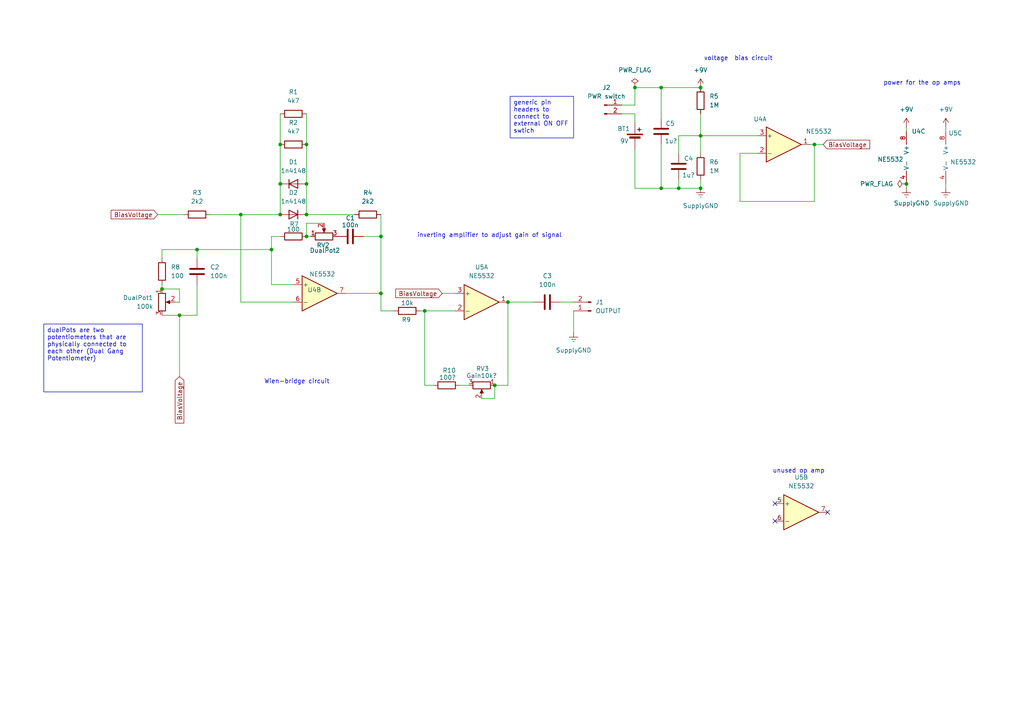
<source format=kicad_sch>
(kicad_sch (version 20231120) (generator "eeschema") (generator_version "8.0")
  (paper "A4")
  (lib_symbols
    (symbol "Amplifier_Operational:NE5532" (pin_names (offset 0.127))
      (property "Reference" "U" (at 0 5.08 0))
      (property "Value" "NE5532" (at 0 -5.08 0))
      (symbol "NE5532_1_1"
        (polyline (pts (xy -5.08 5.08) (xy 5.08 0) (xy -5.08 -5.08) (xy -5.08 5.08)) (stroke (width 0.254)) (fill (type background)))
        (pin output line (at 7.62 0 180) (length 2.54) (name "~") (number "1"))
        (pin input line (at -7.62 -2.54 0) (length 2.54) (name "-") (number "2"))
        (pin input line (at -7.62 2.54 0) (length 2.54) (name "+") (number "3"))
      )
      (symbol "NE5532_2_1"
        (polyline (pts (xy -5.08 5.08) (xy 5.08 0) (xy -5.08 -5.08) (xy -5.08 5.08)) (stroke (width 0.254)) (fill (type background)))
        (pin input line (at -7.62 2.54 0) (length 2.54) (name "+") (number "5"))
        (pin input line (at -7.62 -2.54 0) (length 2.54) (name "-") (number "6"))
        (pin output line (at 7.62 0 180) (length 2.54) (name "~") (number "7"))
      )
      (symbol "NE5532_3_1"
        (pin power_in line (at -2.54 -7.62 90) (length 3.81) (name "V-") (number "4"))
        (pin power_in line (at -2.54 7.62 270) (length 3.81) (name "V+") (number "8"))
      )
    )
    (symbol "Connector:Conn_01x02_Pin" (pin_names (offset 1.016) hide)
      (property "Reference" "J" (at 0 2.54 0))
      (property "Value" "Conn_01x02_Pin" (at 0 -5.08 0))
      (symbol "Conn_01x02_Pin_1_1"
        (polyline (pts (xy 1.27 -2.54) (xy 0.8636 -2.54)) (stroke (width 0.1524)))
        (polyline (pts (xy 1.27 0) (xy 0.8636 0)) (stroke (width 0.1524)))
        (rectangle (start 0.8636 -2.413) (end 0 -2.667) (stroke (width 0.1524)) (fill (type outline)))
        (rectangle (start 0.8636 0.127) (end 0 -0.127) (stroke (width 0.1524)) (fill (type outline)))
        (pin passive line (at 5.08 0 180) (length 3.81) (name "Pin_1") (number "1"))
        (pin passive line (at 5.08 -2.54 180) (length 3.81) (name "Pin_2") (number "2"))
      )
    )
    (symbol "Device:Battery_Cell" (pin_numbers hide) (pin_names (offset 0) hide)
      (property "Reference" "BT" (at 2.54 2.54 0))
      (property "Value" "Battery_Cell" (at 2.54 0 0))
      (symbol "Battery_Cell_0_1"
        (rectangle (start -2.286 1.778) (end 2.286 1.524) (fill (type outline)))
        (rectangle (start -1.524 1.016) (end 1.524 0.508) (fill (type outline)))
        (polyline (pts (xy 0 0.762) (xy 0 0)))
        (polyline (pts (xy 0 1.778) (xy 0 2.54)))
        (polyline (pts (xy 0.762 3.048) (xy 1.778 3.048)) (stroke (width 0.254)))
        (polyline (pts (xy 1.27 3.556) (xy 1.27 2.54)) (stroke (width 0.254)))
      )
      (symbol "Battery_Cell_1_1"
        (pin passive line (at 0 5.08 270) (length 2.54) (name "+") (number "1"))
        (pin passive line (at 0 -2.54 90) (length 2.54) (name "-") (number "2"))
      )
    )
    (symbol "Device:C" (pin_numbers hide) (pin_names (offset 0.254))
      (property "Reference" "C" (at 0.635 2.54 0))
      (property "Value" "C" (at 0.635 -2.54 0))
      (symbol "C_0_1"
        (polyline (pts (xy -2.032 -0.762) (xy 2.032 -0.762)) (stroke (width 0.508)))
        (polyline (pts (xy -2.032 0.762) (xy 2.032 0.762)) (stroke (width 0.508)))
      )
      (symbol "C_1_1"
        (pin passive line (at 0 3.81 270) (length 2.794) (name "~") (number "1"))
        (pin passive line (at 0 -3.81 90) (length 2.794) (name "~") (number "2"))
      )
    )
    (symbol "Device:D" (pin_numbers hide) (pin_names (offset 1.016) hide)
      (property "Reference" "D" (at 0 2.54 0))
      (property "Value" "D" (at 0 -2.54 0))
      (symbol "D_0_1"
        (polyline (pts (xy -1.27 1.27) (xy -1.27 -1.27)) (stroke (width 0.254)))
        (polyline (pts (xy 1.27 0) (xy -1.27 0)))
        (polyline (pts (xy 1.27 1.27) (xy 1.27 -1.27) (xy -1.27 0) (xy 1.27 1.27)) (stroke (width 0.254)))
      )
      (symbol "D_1_1"
        (pin passive line (at -3.81 0 0) (length 2.54) (name "K") (number "1"))
        (pin passive line (at 3.81 0 180) (length 2.54) (name "A") (number "2"))
      )
    )
    (symbol "Device:R" (pin_numbers hide) (pin_names (offset 0))
      (property "Reference" "R" (at 2.032 0 90))
      (property "Value" "R" (at 0 0 90))
      (symbol "R_0_1"
        (rectangle (start -1.016 -2.54) (end 1.016 2.54) (stroke (width 0.254)))
      )
      (symbol "R_1_1"
        (pin passive line (at 0 3.81 270) (length 1.27) (name "~") (number "1"))
        (pin passive line (at 0 -3.81 90) (length 1.27) (name "~") (number "2"))
      )
    )
    (symbol "Device:R_Potentiometer" (pin_names (offset 1.016) hide)
      (property "Reference" "RV" (at -4.445 0 90))
      (property "Value" "R_Potentiometer" (at -2.54 0 90))
      (symbol "R_Potentiometer_0_1"
        (polyline (pts (xy 2.54 0) (xy 1.524 0)))
        (polyline (pts (xy 1.143 0) (xy 2.286 0.508) (xy 2.286 -0.508) (xy 1.143 0)) (fill (type outline)))
        (rectangle (start 1.016 2.54) (end -1.016 -2.54) (stroke (width 0.254)))
      )
      (symbol "R_Potentiometer_1_1"
        (pin passive line (at 0 3.81 270) (length 1.27) (name "1") (number "1"))
        (pin passive line (at 3.81 0 180) (length 1.27) (name "2") (number "2"))
        (pin passive line (at 0 -3.81 90) (length 1.27) (name "3") (number "3"))
      )
    )
    (symbol "power:+9V" (power) (pin_numbers hide) (pin_names (offset 0) hide)
      (property "Value" "+9V" (at 0 3.556 0))
      (symbol "+9V_0_1"
        (polyline (pts (xy -0.762 1.27) (xy 0 2.54)))
        (polyline (pts (xy 0 0) (xy 0 2.54)))
        (polyline (pts (xy 0 2.54) (xy 0.762 1.27)))
      )
      (symbol "+9V_1_1"
        (pin power_in line (at 0 0 90) (length 0) (name "~") (number "1"))
      )
    )
    (symbol "power:GNDREF" (power) (pin_numbers hide) (pin_names (offset 0) hide)
      (property "Value" "GNDREF" (at 0 -3.81 0))
      (symbol "GNDREF_0_1"
        (polyline (pts (xy -0.635 -1.905) (xy 0.635 -1.905)))
        (polyline (pts (xy -0.127 -2.54) (xy 0.127 -2.54)))
        (polyline (pts (xy 0 -1.27) (xy 0 0)))
        (polyline (pts (xy 1.27 -1.27) (xy -1.27 -1.27)))
      )
      (symbol "GNDREF_1_1"
        (pin power_in line (at 0 0 270) (length 0) (name "~") (number "1"))
      )
    )
    (symbol "power:PWR_FLAG" (power) (pin_numbers hide) (pin_names (offset 0) hide)
      (property "Value" "PWR_FLAG" (at 0 3.81 0))
      (symbol "PWR_FLAG_0_0"
        (pin power_out line (at 0 0 90) (length 0) (name "~") (number "1"))
      )
      (symbol "PWR_FLAG_0_1"
        (polyline (pts (xy 0 0) (xy 0 1.27) (xy -1.016 1.905) (xy 0 2.54) (xy 1.016 1.905) (xy 0 1.27)))
      )
    )
  )
  (junction (at 88.9 62.23))
  (junction (at 110.49 85.09))
  (junction (at 78.74 72.39))
  (junction (at 203.2 54.61))
  (junction (at 262.89 53.34))
  (junction (at 196.85 54.61))
  (junction (at 110.49 68.58))
  (junction (at 123.19 90.17))
  (junction (at 88.9 53.34))
  (junction (at 81.28 53.34))
  (junction (at 57.15 72.39))
  (junction (at 81.28 62.23))
  (junction (at 191.77 25.4))
  (junction (at 191.77 54.61))
  (junction (at 81.28 41.91))
  (junction (at 203.2 25.4))
  (junction (at 143.51 111.76))
  (junction (at 88.9 68.58))
  (junction (at 52.07 91.44))
  (junction (at 46.99 83.82))
  (junction (at 69.85 62.23))
  (junction (at 236.22 41.91))
  (junction (at 203.2 39.37))
  (junction (at 88.9 41.91))
  (junction (at 184.15 25.4))
  (junction (at 147.32 87.63))
  (no_connect (at 240.03 148.59))
  (no_connect (at 224.79 151.13))
  (no_connect (at 224.79 146.05))
  (wire (pts (xy 196.85 52.07) (xy 196.85 54.61)))
  (wire (pts (xy 81.28 41.91) (xy 81.28 53.34)))
  (wire (pts (xy 88.9 33.02) (xy 88.9 41.91)))
  (wire (pts (xy 60.96 62.23) (xy 69.85 62.23)))
  (wire (pts (xy 166.37 96.52) (xy 166.37 90.17)))
  (wire (pts (xy 57.15 91.44) (xy 57.15 82.55)))
  (wire (pts (xy 214.63 58.42) (xy 236.22 58.42)))
  (wire (pts (xy 262.89 36.83) (xy 262.89 38.1)))
  (wire (pts (xy 81.28 33.02) (xy 81.28 41.91)))
  (wire (pts (xy 78.74 68.58) (xy 81.28 68.58)))
  (wire (pts (xy 88.9 53.34) (xy 88.9 62.23)))
  (wire (pts (xy 46.99 82.55) (xy 46.99 83.82)))
  (wire (pts (xy 143.51 115.57) (xy 143.51 111.76)))
  (wire (pts (xy 57.15 72.39) (xy 57.15 74.93)))
  (wire (pts (xy 196.85 39.37) (xy 203.2 39.37)))
  (wire (pts (xy 143.51 111.76) (xy 147.32 111.76)))
  (wire (pts (xy 236.22 41.91) (xy 236.22 58.42)))
  (wire (pts (xy 93.98 64.77) (xy 88.9 64.77)))
  (wire (pts (xy 88.9 64.77) (xy 88.9 68.58)))
  (wire (pts (xy 110.49 68.58) (xy 110.49 85.09)))
  (wire (pts (xy 274.32 53.34) (xy 274.32 54.61)))
  (wire (pts (xy 121.92 90.17) (xy 123.19 90.17)))
  (wire (pts (xy 203.2 52.07) (xy 203.2 54.61)))
  (wire (pts (xy 274.32 36.83) (xy 274.32 38.1)))
  (wire (pts (xy 50.8 87.63) (xy 52.07 87.63)))
  (wire (pts (xy 105.41 68.58) (xy 110.49 68.58)))
  (wire (pts (xy 196.85 54.61) (xy 203.2 54.61)))
  (wire (pts (xy 128.27 85.09) (xy 132.08 85.09)))
  (wire (pts (xy 162.56 87.63) (xy 166.37 87.63)))
  (wire (pts (xy 123.19 90.17) (xy 123.19 111.76)))
  (wire (pts (xy 88.9 41.91) (xy 88.9 53.34)))
  (wire (pts (xy 78.74 68.58) (xy 78.74 72.39)))
  (wire (pts (xy 147.32 87.63) (xy 147.32 111.76)))
  (wire (pts (xy 203.2 39.37) (xy 203.2 44.45)))
  (wire (pts (xy 52.07 87.63) (xy 52.07 83.82)))
  (wire (pts (xy 46.99 91.44) (xy 52.07 91.44)))
  (wire (pts (xy 184.15 30.48) (xy 184.15 25.4)))
  (wire (pts (xy 81.28 53.34) (xy 81.28 62.23)))
  (wire (pts (xy 69.85 62.23) (xy 69.85 87.63)))
  (wire (pts (xy 110.49 62.23) (xy 110.49 68.58)))
  (wire (pts (xy 52.07 91.44) (xy 57.15 91.44)))
  (wire (pts (xy 262.89 53.34) (xy 262.89 54.61)))
  (wire (pts (xy 123.19 90.17) (xy 132.08 90.17)))
  (wire (pts (xy 236.22 41.91) (xy 238.76 41.91)))
  (wire (pts (xy 88.9 68.58) (xy 90.17 68.58)))
  (wire (pts (xy 191.77 25.4) (xy 191.77 34.29)))
  (wire (pts (xy 147.32 87.63) (xy 154.94 87.63)))
  (wire (pts (xy 234.95 41.91) (xy 236.22 41.91)))
  (wire (pts (xy 46.99 72.39) (xy 46.99 74.93)))
  (wire (pts (xy 191.77 54.61) (xy 196.85 54.61)))
  (wire (pts (xy 45.72 62.23) (xy 53.34 62.23)))
  (wire (pts (xy 203.2 33.02) (xy 203.2 39.37)))
  (wire (pts (xy 123.19 111.76) (xy 125.73 111.76)))
  (wire (pts (xy 203.2 39.37) (xy 219.71 39.37)))
  (wire (pts (xy 46.99 83.82) (xy 52.07 83.82)))
  (wire (pts (xy 180.34 30.48) (xy 184.15 30.48)))
  (wire (pts (xy 191.77 25.4) (xy 203.2 25.4)))
  (wire (pts (xy 139.7 115.57) (xy 143.51 115.57)))
  (wire (pts (xy 69.85 62.23) (xy 81.28 62.23)))
  (wire (pts (xy 110.49 85.09) (xy 110.49 90.17)))
  (wire (pts (xy 184.15 43.18) (xy 184.15 54.61)))
  (wire (pts (xy 214.63 44.45) (xy 214.63 58.42)))
  (wire (pts (xy 184.15 25.4) (xy 191.77 25.4)))
  (wire (pts (xy 110.49 90.17) (xy 114.3 90.17)))
  (wire (pts (xy 133.35 111.76) (xy 135.89 111.76)))
  (wire (pts (xy 184.15 54.61) (xy 191.77 54.61)))
  (wire (pts (xy 85.09 82.55) (xy 78.74 82.55)))
  (wire (pts (xy 52.07 91.44) (xy 52.07 109.22)))
  (wire (pts (xy 78.74 82.55) (xy 78.74 72.39)))
  (wire (pts (xy 184.15 33.02) (xy 184.15 35.56)))
  (wire (pts (xy 196.85 44.45) (xy 196.85 39.37)))
  (wire (pts (xy 78.74 72.39) (xy 57.15 72.39)))
  (wire (pts (xy 191.77 41.91) (xy 191.77 54.61)))
  (wire (pts (xy 88.9 62.23) (xy 102.87 62.23)))
  (wire (pts (xy 57.15 72.39) (xy 46.99 72.39)))
  (wire (pts (xy 69.85 87.63) (xy 85.09 87.63)))
  (wire (pts (xy 180.34 33.02) (xy 184.15 33.02)))
  (wire (pts (xy 214.63 44.45) (xy 219.71 44.45)))
  (wire (pts (xy 100.33 85.09) (xy 110.49 85.09)))
  (text_box "dualPots are two potentiometers that are physically connected to each other (Dual Gang Potentiometer)\n" (at 12.7 93.98 0) (size 28.575 19.685) (effects (font (size 1.27 1.27)) (justify left top)))
  (text_box "generic pin headers to connect to external ON OFF swtich" (at 147.955 27.94 0) (size 18.415 12.065) (effects (font (size 1.27 1.27)) (justify left top)))
  (text "unused op amp" (at 231.648 136.652 0) (effects (font (size 1.27 1.27))))
  (text "power for the op amps" (at 267.462 24.13 0) (effects (font (size 1.27 1.27))))
  (text "Wien-bridge circuit" (at 86.106 110.744 0) (effects (font (size 1.27 1.27))))
  (text "voltage  bias circuit \n" (at 214.63 17.018 0) (effects (font (size 1.27 1.27))))
  (text "inverting amplifier to adjust gain of signal\n" (at 141.986 68.326 0) (effects (font (size 1.27 1.27))))
  (global_label "BiasVoltage" (shape input) (at 128.27 85.09 180) (property "Intersheetrefs" "${INTERSHEET_REFS}" (effects (hide yes))))
  (global_label "BiasVoltage" (shape input) (at 238.76 41.91 0) (property "Intersheetrefs" "${INTERSHEET_REFS}" (effects (hide yes))))
  (global_label "BiasVoltage" (shape input) (at 52.07 109.22 270) (property "Intersheetrefs" "${INTERSHEET_REFS}" (effects (hide yes))))
  (global_label "BiasVoltage" (shape input) (at 45.72 62.23 180) (property "Intersheetrefs" "${INTERSHEET_REFS}" (effects (hide yes))))
  (symbol (lib_id "Device:D") (at 85.09 62.23 180) (unit 1)
    (property "Reference" "D2" (at 85.09 55.88 0))
    (property "Value" "1n4148" (at 85.09 58.42 0))
    (property "Footprint" "Diode_SMD:D_0603_1608Metric_Pad1.05x0.95mm_HandSolder" (effects (hide yes)))
    (property "Description" "Diode" (effects (hide yes)))
    (property "Sim.Device" "D" (effects (hide yes)))
    (property "Sim.Pins" "1=K 2=A" (effects (hide yes)))
  )
  (symbol (lib_id "power:GNDREF") (at 203.2 54.61 0) (unit 1)
    (property "Reference" "#PWR05" (effects (hide yes)))
    (property "Value" "SupplyGND" (at 203.2 59.69 0))
    (property "Description" "Power symbol creates a global label with name \"GNDREF\" , reference supply ground" (effects (hide yes)))
  )
  (symbol (lib_id "Device:R") (at 118.11 90.17 90) (unit 1)
    (property "Reference" "R9" (at 117.856 92.71 90))
    (property "Value" "10k" (at 118.11 87.884 90))
    (property "Footprint" "Resistor_SMD:R_0603_1608Metric_Pad0.98x0.95mm_HandSolder" (effects (hide yes)))
    (property "Description" "Resistor" (effects (hide yes)))
  )
  (symbol (lib_id "Connector:Conn_01x02_Pin") (at 175.26 30.48 0) (unit 1)
    (property "Reference" "J2" (at 175.895 25.4 0))
    (property "Value" "PWR switch" (at 175.895 27.94 0))
    (property "Footprint" "Connector_PinHeader_2.54mm:PinHeader_1x02_P2.54mm_Vertical" (effects (hide yes)))
    (property "Description" "Generic connector, single row, 01x02, script generated" (effects (hide yes)))
  )
  (symbol (lib_id "power:GNDREF") (at 262.89 54.61 0) (unit 1)
    (property "Reference" "#PWR02" (effects (hide yes)))
    (property "Value" "SupplyGND" (at 264.414 58.928 0))
    (property "Description" "Power symbol creates a global label with name \"GNDREF\" , reference supply ground" (effects (hide yes)))
  )
  (symbol (lib_id "Device:R") (at 129.54 111.76 90) (unit 1)
    (property "Reference" "R10" (at 130.302 107.442 90))
    (property "Value" "100?" (at 129.794 109.474 90))
    (property "Footprint" "Resistor_SMD:R_0603_1608Metric_Pad0.98x0.95mm_HandSolder" (effects (hide yes)))
    (property "Description" "Resistor" (effects (hide yes)))
  )
  (symbol (lib_id "Device:R") (at 46.99 78.74 180) (unit 1)
    (property "Reference" "R8" (at 49.53 77.4699 0) (effects (justify right)))
    (property "Value" "100" (at 49.53 80.0099 0) (effects (justify right)))
    (property "Footprint" "Resistor_SMD:R_0603_1608Metric_Pad0.98x0.95mm_HandSolder" (effects (hide yes)))
    (property "Description" "Resistor" (effects (hide yes)))
  )
  (symbol (lib_id "power:PWR_FLAG") (at 262.89 53.34 90) (unit 1)
    (property "Reference" "#FLG02" (effects (hide yes)))
    (property "Value" "PWR_FLAG" (at 259.08 53.3399 90) (effects (justify left)))
    (property "Description" "Special symbol for telling ERC where power comes from" (effects (hide yes)))
  )
  (symbol (lib_id "Device:Battery_Cell") (at 184.15 40.64 0) (unit 1)
    (property "Reference" "BT1" (at 179.07 37.338 0) (effects (justify left)))
    (property "Value" "9V" (at 179.832 40.894 0) (effects (justify left)))
    (property "Footprint" "Connector_PinHeader_2.54mm:PinHeader_1x02_P2.54mm_Vertical" (effects (hide yes)))
    (property "Description" "Single-cell battery" (effects (hide yes)))
  )
  (symbol (lib_id "Device:C") (at 158.75 87.63 90) (unit 1)
    (property "Reference" "C3" (at 158.75 80.01 90))
    (property "Value" "100n" (at 158.75 82.55 90))
    (property "Footprint" "Capacitor_SMD:C_0603_1608Metric_Pad1.08x0.95mm_HandSolder" (effects (hide yes)))
    (property "Description" "Unpolarized capacitor" (effects (hide yes)))
  )
  (symbol (lib_id "Device:R_Potentiometer") (at 46.99 87.63 0) (unit 1)
    (property "Reference" "DualPot1" (at 44.45 86.3599 0) (effects (justify right)))
    (property "Value" "100k" (at 44.45 88.8999 0) (effects (justify right)))
    (property "Footprint" "Connector_PinHeader_2.54mm:PinHeader_1x03_P2.54mm_Vertical" (effects (hide yes)))
    (property "Description" "Potentiometer" (effects (hide yes)))
  )
  (symbol (lib_id "Device:R_Potentiometer") (at 93.98 68.58 90) (unit 1)
    (property "Reference" "RV2" (at 93.726 71.12 90))
    (property "Value" "DualPot2" (at 94.234 72.644 90))
    (property "Footprint" "Connector_PinHeader_2.54mm:PinHeader_1x03_P2.54mm_Vertical" (effects (hide yes)))
    (property "Description" "Potentiometer" (effects (hide yes)))
  )
  (symbol (lib_id "Device:R") (at 203.2 48.26 0) (unit 1)
    (property "Reference" "R6" (at 205.74 46.9899 0) (effects (justify left)))
    (property "Value" "1M" (at 205.74 49.5299 0) (effects (justify left)))
    (property "Footprint" "Resistor_SMD:R_0603_1608Metric_Pad0.98x0.95mm_HandSolder" (effects (hide yes)))
    (property "Description" "Resistor" (effects (hide yes)))
  )
  (symbol (lib_id "power:GNDREF") (at 274.32 54.61 0) (unit 1)
    (property "Reference" "#PWR06" (effects (hide yes)))
    (property "Value" "SupplyGND" (at 275.844 58.928 0))
    (property "Description" "Power symbol creates a global label with name \"GNDREF\" , reference supply ground" (effects (hide yes)))
  )
  (symbol (lib_id "Amplifier_Operational:NE5532") (at 92.71 85.09 0) (unit 2)
    (property "Reference" "U4" (at 91.186 84.074 0))
    (property "Value" "NE5532" (at 93.472 79.502 0))
    (property "Footprint" "Package_DIP:DIP-8_W7.62mm" (effects (hide yes)))
    (property "Datasheet" "http://www.ti.com/lit/ds/symlink/ne5532.pdf" (effects (hide yes)))
    (property "Description" "Dual Low-Noise Operational Amplifiers, DIP-8/SOIC-8" (effects (hide yes)))
  )
  (symbol (lib_id "power:+9V") (at 274.32 36.83 0) (unit 1)
    (property "Reference" "#PWR03" (effects (hide yes)))
    (property "Value" "+9V" (at 274.32 31.75 0))
    (property "Description" "Power symbol creates a global label with name \"+9V\"" (effects (hide yes)))
  )
  (symbol (lib_id "Device:R_Potentiometer") (at 139.7 111.76 270) (unit 1)
    (property "Reference" "RV3" (at 139.954 106.934 90))
    (property "Value" "Gain10k?" (at 139.7 108.966 90))
    (property "Footprint" "Connector_PinHeader_2.54mm:PinHeader_1x03_P2.54mm_Vertical" (effects (hide yes)))
    (property "Description" "Potentiometer" (effects (hide yes)))
  )
  (symbol (lib_id "Device:C") (at 191.77 38.1 0) (unit 1)
    (property "Reference" "C5" (at 193.04 35.814 0) (effects (justify left)))
    (property "Value" "1u?" (at 192.786 40.894 0) (effects (justify left)))
    (property "Footprint" "Capacitor_SMD:C_0603_1608Metric_Pad1.08x0.95mm_HandSolder" (effects (hide yes)))
    (property "Description" "Unpolarized capacitor" (effects (hide yes)))
  )
  (symbol (lib_id "Amplifier_Operational:NE5532") (at 232.41 148.59 0) (unit 2)
    (property "Reference" "U5" (at 232.41 138.43 0))
    (property "Value" "NE5532" (at 232.41 140.97 0))
    (property "Footprint" "Package_DIP:DIP-8_W7.62mm" (effects (hide yes)))
    (property "Datasheet" "http://www.ti.com/lit/ds/symlink/ne5532.pdf" (effects (hide yes)))
    (property "Description" "Dual Low-Noise Operational Amplifiers, DIP-8/SOIC-8" (effects (hide yes)))
  )
  (symbol (lib_id "Device:R") (at 203.2 29.21 0) (unit 1)
    (property "Reference" "R5" (at 205.74 27.9399 0) (effects (justify left)))
    (property "Value" "1M" (at 205.74 30.4799 0) (effects (justify left)))
    (property "Footprint" "Resistor_SMD:R_0603_1608Metric_Pad0.98x0.95mm_HandSolder" (effects (hide yes)))
    (property "Description" "Resistor" (effects (hide yes)))
  )
  (symbol (lib_id "Connector:Conn_01x02_Pin") (at 171.45 90.17 180) (unit 1)
    (property "Reference" "J1" (at 172.72 87.6299 0) (effects (justify right)))
    (property "Value" "OUTPUT" (at 172.72 90.1699 0) (effects (justify right)))
    (property "Footprint" "Connector_PinHeader_2.54mm:PinHeader_1x02_P2.54mm_Vertical" (effects (hide yes)))
    (property "Description" "Generic connector, single row, 01x02, script generated" (effects (hide yes)))
  )
  (symbol (lib_id "power:+9V") (at 203.2 25.4 0) (unit 1)
    (property "Reference" "#PWR01" (effects (hide yes)))
    (property "Value" "+9V" (at 203.2 20.32 0))
    (property "Description" "Power symbol creates a global label with name \"+9V\"" (effects (hide yes)))
  )
  (symbol (lib_id "Amplifier_Operational:NE5532") (at 227.33 41.91 0) (unit 1)
    (property "Reference" "U4" (at 220.472 34.544 0))
    (property "Value" "NE5532" (at 237.49 38.1 0))
    (property "Footprint" "Package_DIP:DIP-8_W7.62mm" (effects (hide yes)))
    (property "Datasheet" "http://www.ti.com/lit/ds/symlink/ne5532.pdf" (effects (hide yes)))
    (property "Description" "Dual Low-Noise Operational Amplifiers, DIP-8/SOIC-8" (effects (hide yes)))
  )
  (symbol (lib_id "Device:R") (at 57.15 62.23 90) (unit 1)
    (property "Reference" "R3" (at 57.15 55.88 90))
    (property "Value" "2k2" (at 57.15 58.42 90))
    (property "Footprint" "Resistor_SMD:R_0603_1608Metric_Pad0.98x0.95mm_HandSolder" (effects (hide yes)))
    (property "Description" "Resistor" (effects (hide yes)))
  )
  (symbol (lib_id "Device:D") (at 85.09 53.34 0) (unit 1)
    (property "Reference" "D1" (at 85.09 46.99 0))
    (property "Value" "1n4148" (at 85.09 49.53 0))
    (property "Footprint" "Diode_SMD:D_0603_1608Metric_Pad1.05x0.95mm_HandSolder" (effects (hide yes)))
    (property "Description" "Diode" (effects (hide yes)))
    (property "Sim.Device" "D" (effects (hide yes)))
    (property "Sim.Pins" "1=K 2=A" (effects (hide yes)))
  )
  (symbol (lib_id "Amplifier_Operational:NE5532") (at 139.7 87.63 0) (unit 1)
    (property "Reference" "U5" (at 139.7 77.47 0))
    (property "Value" "NE5532" (at 139.7 80.01 0))
    (property "Footprint" "Package_DIP:DIP-8_W7.62mm" (effects (hide yes)))
    (property "Datasheet" "http://www.ti.com/lit/ds/symlink/ne5532.pdf" (effects (hide yes)))
    (property "Description" "Dual Low-Noise Operational Amplifiers, DIP-8/SOIC-8" (effects (hide yes)))
  )
  (symbol (lib_id "Device:C") (at 101.6 68.58 90) (unit 1)
    (property "Reference" "C1" (at 101.6 63.246 90))
    (property "Value" "100n" (at 101.6 65.278 90))
    (property "Footprint" "Capacitor_SMD:C_0603_1608Metric_Pad1.08x0.95mm_HandSolder" (effects (hide yes)))
    (property "Description" "Unpolarized capacitor" (effects (hide yes)))
  )
  (symbol (lib_id "Amplifier_Operational:NE5532") (at 276.86 45.72 0) (unit 3)
    (property "Reference" "U5" (at 275.082 38.608 0) (effects (justify left)))
    (property "Value" "NE5532" (at 275.59 46.9899 0) (effects (justify left)))
    (property "Footprint" "Package_DIP:DIP-8_W7.62mm" (effects (hide yes)))
    (property "Datasheet" "http://www.ti.com/lit/ds/symlink/ne5532.pdf" (effects (hide yes)))
    (property "Description" "Dual Low-Noise Operational Amplifiers, DIP-8/SOIC-8" (effects (hide yes)))
  )
  (symbol (lib_id "Device:C") (at 57.15 78.74 0) (unit 1)
    (property "Reference" "C2" (at 60.96 77.4699 0) (effects (justify left)))
    (property "Value" "100n" (at 60.96 80.0099 0) (effects (justify left)))
    (property "Footprint" "Capacitor_SMD:C_0603_1608Metric_Pad1.08x0.95mm_HandSolder" (effects (hide yes)))
    (property "Description" "Unpolarized capacitor" (effects (hide yes)))
  )
  (symbol (lib_id "Device:R") (at 106.68 62.23 90) (unit 1)
    (property "Reference" "R4" (at 106.68 55.88 90))
    (property "Value" "2k2" (at 106.68 58.42 90))
    (property "Footprint" "Resistor_SMD:R_0603_1608Metric_Pad0.98x0.95mm_HandSolder" (effects (hide yes)))
    (property "Description" "Resistor" (effects (hide yes)))
  )
  (symbol (lib_id "Device:R") (at 85.09 41.91 90) (unit 1)
    (property "Reference" "R2" (at 85.09 35.56 90))
    (property "Value" "4k7" (at 85.09 38.1 90))
    (property "Footprint" "Resistor_SMD:R_0603_1608Metric_Pad0.98x0.95mm_HandSolder" (effects (hide yes)))
    (property "Description" "Resistor" (effects (hide yes)))
  )
  (symbol (lib_id "power:+9V") (at 262.89 36.83 0) (unit 1)
    (property "Reference" "#PWR04" (effects (hide yes)))
    (property "Value" "+9V" (at 262.89 31.75 0))
    (property "Description" "Power symbol creates a global label with name \"+9V\"" (effects (hide yes)))
  )
  (symbol (lib_id "Device:R") (at 85.09 68.58 90) (unit 1)
    (property "Reference" "R7" (at 85.344 65.024 90))
    (property "Value" "100" (at 85.09 66.548 90))
    (property "Footprint" "Resistor_SMD:R_0603_1608Metric_Pad0.98x0.95mm_HandSolder" (effects (hide yes)))
    (property "Description" "Resistor" (effects (hide yes)))
  )
  (symbol (lib_id "Amplifier_Operational:NE5532") (at 265.43 45.72 0) (unit 3)
    (property "Reference" "U4" (at 264.414 38.1 0) (effects (justify left)))
    (property "Value" "NE5532" (at 254.508 46.228 0) (effects (justify left)))
    (property "Footprint" "Package_DIP:DIP-8_W7.62mm" (effects (hide yes)))
    (property "Datasheet" "http://www.ti.com/lit/ds/symlink/ne5532.pdf" (effects (hide yes)))
    (property "Description" "Dual Low-Noise Operational Amplifiers, DIP-8/SOIC-8" (effects (hide yes)))
  )
  (symbol (lib_id "Device:R") (at 85.09 33.02 90) (unit 1)
    (property "Reference" "R1" (at 85.09 26.67 90))
    (property "Value" "4k7" (at 85.09 29.21 90))
    (property "Footprint" "Resistor_SMD:R_0603_1608Metric_Pad0.98x0.95mm_HandSolder" (effects (hide yes)))
    (property "Description" "Resistor" (effects (hide yes)))
  )
  (symbol (lib_id "Device:C") (at 196.85 48.26 0) (unit 1)
    (property "Reference" "C4" (at 198.374 45.974 0) (effects (justify left)))
    (property "Value" "1u?" (at 197.866 50.8 0) (effects (justify left)))
    (property "Footprint" "Capacitor_SMD:C_0603_1608Metric_Pad1.08x0.95mm_HandSolder" (effects (hide yes)))
    (property "Description" "Unpolarized capacitor" (effects (hide yes)))
  )
  (symbol (lib_id "power:GNDREF") (at 166.37 96.52 0) (unit 1)
    (property "Reference" "#PWR012" (effects (hide yes)))
    (property "Value" "SupplyGND" (at 166.37 101.6 0))
    (property "Description" "Power symbol creates a global label with name \"GNDREF\" , reference supply ground" (effects (hide yes)))
  )
  (symbol (lib_id "power:PWR_FLAG") (at 184.15 25.4 0) (unit 1)
    (property "Reference" "#FLG01" (effects (hide yes)))
    (property "Value" "PWR_FLAG" (at 184.15 20.32 0))
    (property "Description" "Special symbol for telling ERC where power comes from" (effects (hide yes)))
  )
)
</source>
